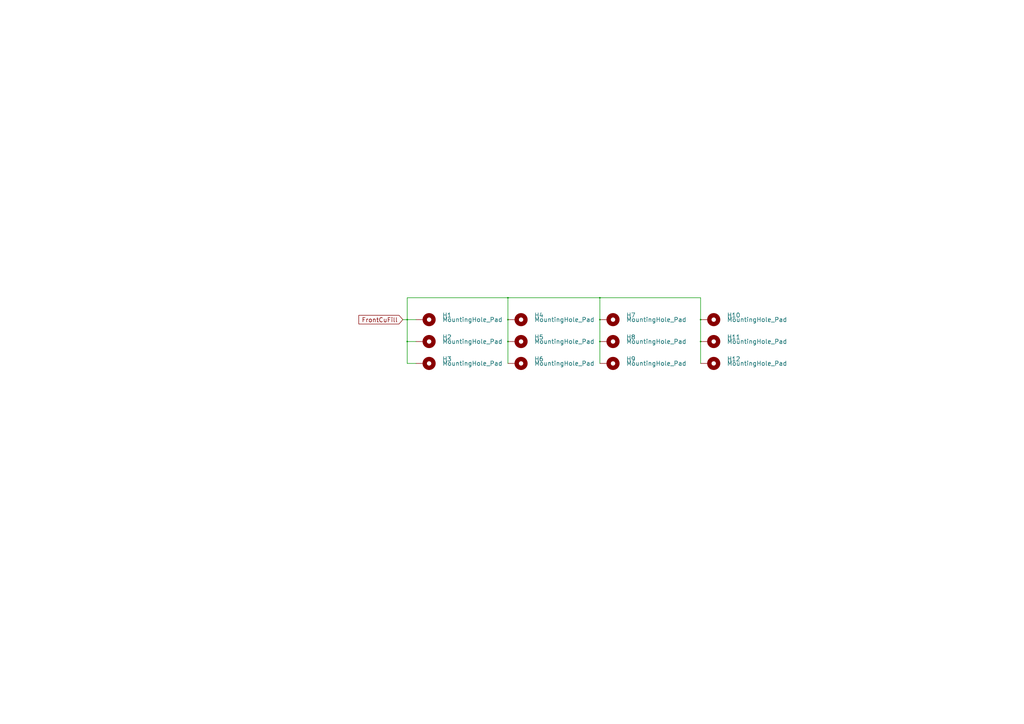
<source format=kicad_sch>
(kicad_sch (version 20200714) (host eeschema "(5.99.0-2536-ga146cd9e2-dirty)")
  (page 1 1)
  (paper "A4")
  (lib_symbols
    (symbol "Mechanical:MountingHole_Pad" (pin_numbers hide) (pin_names hide)
      (property "Reference" "H" (at 0 6.35 0))
      (property "Value" "MountingHole_Pad" (at 0 4.445 0))
      (symbol "MountingHole_Pad_0_1"
        (circle (center 0 1.27) (radius 1.27) (stroke (width 1.27)))
      )
      (symbol "MountingHole_Pad_1_1"
        (pin input line (at 0 -2.54 90) (length 2.54) (name "1") (number "1"))
      )
    )
  )
  (junction (at 118.11 92.71) (diameter 0.3048))
  (junction (at 118.11 99.06) (diameter 0.3048))
  (junction (at 147.32 86.36) (diameter 0.3048))
  (junction (at 147.32 92.71) (diameter 0.3048))
  (junction (at 147.32 99.06) (diameter 0.3048))
  (junction (at 173.99 86.36) (diameter 0.3048))
  (junction (at 173.99 92.71) (diameter 0.3048))
  (junction (at 173.99 99.06) (diameter 0.3048))
  (junction (at 203.2 92.71) (diameter 0.3048))
  (junction (at 203.2 99.06) (diameter 0.3048))
  (wire (pts (xy 116.84 92.71) (xy 118.11 92.71)))
  (wire (pts (xy 118.11 86.36) (xy 147.32 86.36)))
  (wire (pts (xy 118.11 92.71) (xy 118.11 86.36)))
  (wire (pts (xy 118.11 92.71) (xy 120.65 92.71)))
  (wire (pts (xy 118.11 99.06) (xy 118.11 92.71)))
  (wire (pts (xy 118.11 105.41) (xy 118.11 99.06)))
  (wire (pts (xy 120.65 99.06) (xy 118.11 99.06)) (stroke (width 0.1524)))
  (wire (pts (xy 120.65 105.41) (xy 118.11 105.41)))
  (wire (pts (xy 147.32 86.36) (xy 147.32 92.71)))
  (wire (pts (xy 147.32 86.36) (xy 173.99 86.36)))
  (wire (pts (xy 147.32 92.71) (xy 147.32 99.06)))
  (wire (pts (xy 147.32 99.06) (xy 147.32 105.41)))
  (wire (pts (xy 173.99 86.36) (xy 173.99 92.71)))
  (wire (pts (xy 173.99 86.36) (xy 203.2 86.36)))
  (wire (pts (xy 173.99 92.71) (xy 173.99 99.06)))
  (wire (pts (xy 173.99 99.06) (xy 173.99 105.41)))
  (wire (pts (xy 203.2 86.36) (xy 203.2 92.71)))
  (wire (pts (xy 203.2 92.71) (xy 203.2 99.06)))
  (wire (pts (xy 203.2 99.06) (xy 203.2 105.41)))
  (global_label "FrontCuFill" (shape input) (at 116.84 92.71 180))
  (symbol (lib_id "Mechanical:MountingHole_Pad") (at 123.19 92.71 270) (unit 1)
    (property "Reference" "H1" (at 128.27 91.44 90) (effects (justify left)))
    (property "Value" "MountingHole_Pad" (at 128.27 92.71 90) (effects (justify left)))
    (property "Footprint" "MountingHole:MountingHole_3.2mm_M3_ISO7380_Pad" (effects hide))
  )
  (symbol (lib_id "Mechanical:MountingHole_Pad") (at 123.19 99.06 270) (unit 1)
    (property "Reference" "H2" (at 128.27 97.79 90) (effects (justify left)))
    (property "Value" "MountingHole_Pad" (at 128.27 99.06 90) (effects (justify left)))
    (property "Footprint" "MountingHole:MountingHole_3.2mm_M3_ISO7380_Pad" (effects hide))
  )
  (symbol (lib_id "Mechanical:MountingHole_Pad") (at 123.19 105.41 270) (unit 1)
    (property "Reference" "H3" (at 128.27 104.14 90) (effects (justify left)))
    (property "Value" "MountingHole_Pad" (at 128.27 105.41 90) (effects (justify left)))
    (property "Footprint" "MountingHole:MountingHole_3.2mm_M3_ISO7380_Pad" (effects hide))
  )
  (symbol (lib_id "Mechanical:MountingHole_Pad") (at 149.86 92.71 270) (unit 1)
    (property "Reference" "H4" (at 154.94 91.44 90) (effects (justify left)))
    (property "Value" "MountingHole_Pad" (at 154.94 92.71 90) (effects (justify left)))
    (property "Footprint" "MountingHole:MountingHole_3.2mm_M3_ISO7380_Pad" (effects hide))
  )
  (symbol (lib_id "Mechanical:MountingHole_Pad") (at 149.86 99.06 270) (unit 1)
    (property "Reference" "H5" (at 154.94 97.79 90) (effects (justify left)))
    (property "Value" "MountingHole_Pad" (at 154.94 99.06 90) (effects (justify left)))
    (property "Footprint" "MountingHole:MountingHole_3.2mm_M3_ISO7380_Pad" (effects hide))
  )
  (symbol (lib_id "Mechanical:MountingHole_Pad") (at 149.86 105.41 270) (unit 1)
    (property "Reference" "H6" (at 154.94 104.14 90) (effects (justify left)))
    (property "Value" "MountingHole_Pad" (at 154.94 105.41 90) (effects (justify left)))
    (property "Footprint" "MountingHole:MountingHole_3.2mm_M3_ISO7380_Pad" (effects hide))
  )
  (symbol (lib_id "Mechanical:MountingHole_Pad") (at 176.53 92.71 270) (unit 1)
    (property "Reference" "H7" (at 181.61 91.44 90) (effects (justify left)))
    (property "Value" "MountingHole_Pad" (at 181.61 92.71 90) (effects (justify left)))
    (property "Footprint" "MountingHole:MountingHole_3.2mm_M3_ISO7380_Pad" (effects hide))
  )
  (symbol (lib_id "Mechanical:MountingHole_Pad") (at 176.53 99.06 270) (unit 1)
    (property "Reference" "H8" (at 181.61 97.79 90) (effects (justify left)))
    (property "Value" "MountingHole_Pad" (at 181.61 99.06 90) (effects (justify left)))
    (property "Footprint" "MountingHole:MountingHole_3.2mm_M3_ISO7380_Pad" (effects hide))
  )
  (symbol (lib_id "Mechanical:MountingHole_Pad") (at 176.53 105.41 270) (unit 1)
    (property "Reference" "H9" (at 181.61 104.14 90) (effects (justify left)))
    (property "Value" "MountingHole_Pad" (at 181.61 105.41 90) (effects (justify left)))
    (property "Footprint" "MountingHole:MountingHole_3.2mm_M3_ISO7380_Pad" (effects hide))
  )
  (symbol (lib_id "Mechanical:MountingHole_Pad") (at 205.74 92.71 270) (unit 1)
    (property "Reference" "H10" (at 210.82 91.44 90) (effects (justify left)))
    (property "Value" "MountingHole_Pad" (at 210.82 92.71 90) (effects (justify left)))
    (property "Footprint" "MountingHole:MountingHole_3.2mm_M3_ISO7380_Pad" (effects hide))
  )
  (symbol (lib_id "Mechanical:MountingHole_Pad") (at 205.74 99.06 270) (unit 1)
    (property "Reference" "H11" (at 210.82 97.79 90) (effects (justify left)))
    (property "Value" "MountingHole_Pad" (at 210.82 99.06 90) (effects (justify left)))
    (property "Footprint" "MountingHole:MountingHole_3.2mm_M3_ISO7380_Pad" (effects hide))
  )
  (symbol (lib_id "Mechanical:MountingHole_Pad") (at 205.74 105.41 270) (unit 1)
    (property "Reference" "H12" (at 210.82 104.14 90) (effects (justify left)))
    (property "Value" "MountingHole_Pad" (at 210.82 105.41 90) (effects (justify left)))
    (property "Footprint" "MountingHole:MountingHole_3.2mm_M3_ISO7380_Pad" (effects hide))
  )
)
</source>
